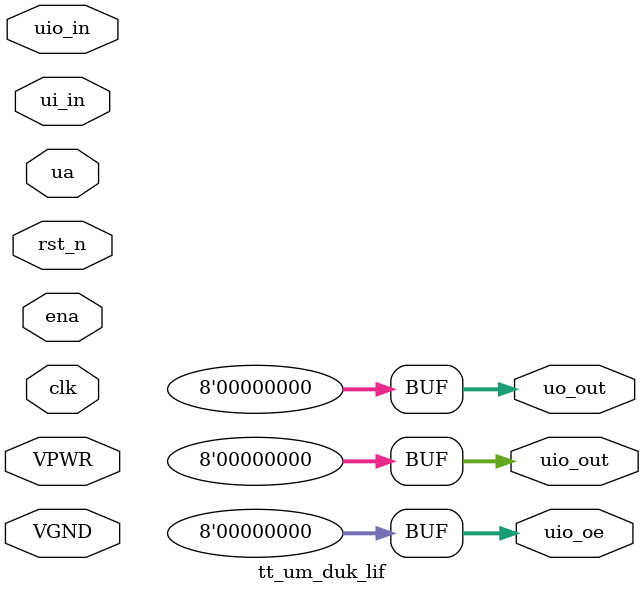
<source format=v>
module tt_um_duk_lif(	// file.cleaned.mlir:2:3
  input        VGND,	// file.cleaned.mlir:2:31
               VPWR,	// file.cleaned.mlir:2:46
  input  [7:0] ui_in,	// file.cleaned.mlir:2:61
               uio_in,	// file.cleaned.mlir:2:77
  inout  [7:0] ua,	// file.cleaned.mlir:2:97
  input        ena,	// file.cleaned.mlir:2:110
               clk,	// file.cleaned.mlir:2:124
               rst_n,	// file.cleaned.mlir:2:138
  output [7:0] uo_out,	// file.cleaned.mlir:2:155
               uio_out,	// file.cleaned.mlir:2:172
               uio_oe	// file.cleaned.mlir:2:190
);

  assign uo_out = 8'h0;	// file.cleaned.mlir:3:14, :4:5
  assign uio_out = 8'h0;	// file.cleaned.mlir:3:14, :4:5
  assign uio_oe = 8'h0;	// file.cleaned.mlir:3:14, :4:5
endmodule


</source>
